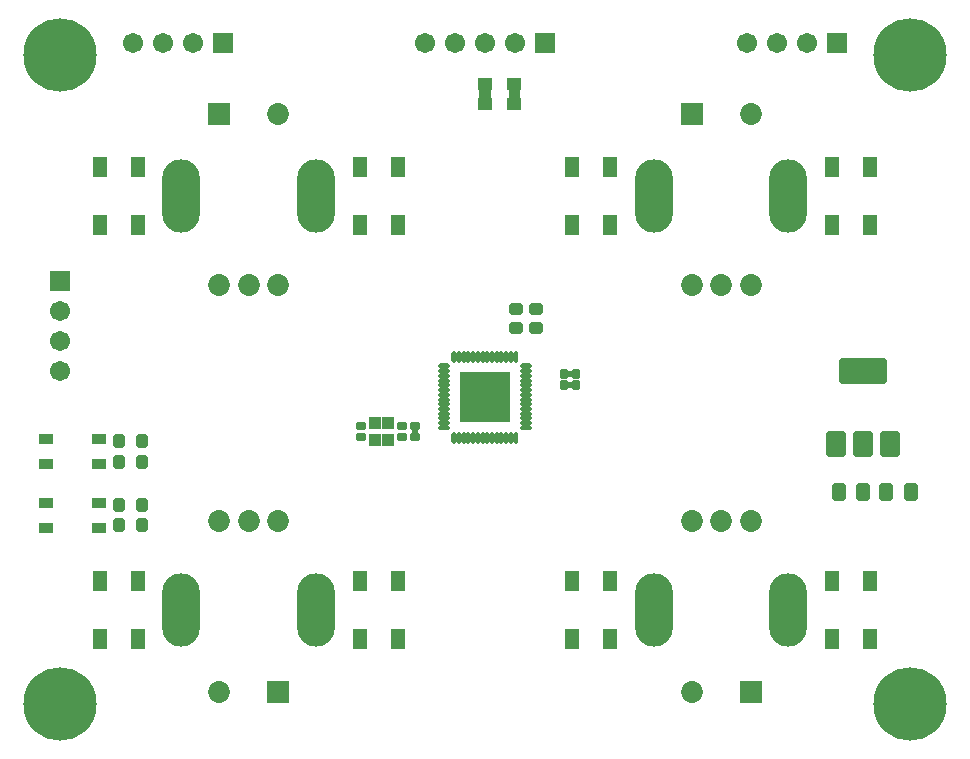
<source format=gts>
G04*
G04 #@! TF.GenerationSoftware,Altium Limited,Altium Designer,23.4.1 (23)*
G04*
G04 Layer_Color=8388736*
%FSLAX44Y44*%
%MOMM*%
G71*
G04*
G04 #@! TF.SameCoordinates,68BC9408-1245-4EE3-B557-EFF58EF5A4C6*
G04*
G04*
G04 #@! TF.FilePolarity,Negative*
G04*
G01*
G75*
%ADD42R,0.6000X0.6750*%
%ADD43R,0.6750X0.6000*%
G04:AMPARAMS|DCode=44|XSize=1.1032mm|YSize=1.0032mm|CornerRadius=0.1616mm|HoleSize=0mm|Usage=FLASHONLY|Rotation=270.000|XOffset=0mm|YOffset=0mm|HoleType=Round|Shape=RoundedRectangle|*
%AMROUNDEDRECTD44*
21,1,1.1032,0.6800,0,0,270.0*
21,1,0.7800,1.0032,0,0,270.0*
1,1,0.3232,-0.3400,-0.3900*
1,1,0.3232,-0.3400,0.3900*
1,1,0.3232,0.3400,0.3900*
1,1,0.3232,0.3400,-0.3900*
%
%ADD44ROUNDEDRECTD44*%
G04:AMPARAMS|DCode=45|XSize=1.7032mm|YSize=2.2032mm|CornerRadius=0.2891mm|HoleSize=0mm|Usage=FLASHONLY|Rotation=0.000|XOffset=0mm|YOffset=0mm|HoleType=Round|Shape=RoundedRectangle|*
%AMROUNDEDRECTD45*
21,1,1.7032,1.6250,0,0,0.0*
21,1,1.1250,2.2032,0,0,0.0*
1,1,0.5782,0.5625,-0.8125*
1,1,0.5782,-0.5625,-0.8125*
1,1,0.5782,-0.5625,0.8125*
1,1,0.5782,0.5625,0.8125*
%
%ADD45ROUNDEDRECTD45*%
G04:AMPARAMS|DCode=46|XSize=4.0032mm|YSize=2.2032mm|CornerRadius=0.1516mm|HoleSize=0mm|Usage=FLASHONLY|Rotation=0.000|XOffset=0mm|YOffset=0mm|HoleType=Round|Shape=RoundedRectangle|*
%AMROUNDEDRECTD46*
21,1,4.0032,1.9000,0,0,0.0*
21,1,3.7000,2.2032,0,0,0.0*
1,1,0.3032,1.8500,-0.9500*
1,1,0.3032,-1.8500,-0.9500*
1,1,0.3032,-1.8500,0.9500*
1,1,0.3032,1.8500,0.9500*
%
%ADD46ROUNDEDRECTD46*%
G04:AMPARAMS|DCode=47|XSize=1.1032mm|YSize=1.6032mm|CornerRadius=0.1691mm|HoleSize=0mm|Usage=FLASHONLY|Rotation=0.000|XOffset=0mm|YOffset=0mm|HoleType=Round|Shape=RoundedRectangle|*
%AMROUNDEDRECTD47*
21,1,1.1032,1.2650,0,0,0.0*
21,1,0.7650,1.6032,0,0,0.0*
1,1,0.3382,0.3825,-0.6325*
1,1,0.3382,-0.3825,-0.6325*
1,1,0.3382,-0.3825,0.6325*
1,1,0.3382,0.3825,0.6325*
%
%ADD47ROUNDEDRECTD47*%
%ADD48R,1.0032X1.1032*%
G04:AMPARAMS|DCode=49|XSize=0.7032mm|YSize=0.8032mm|CornerRadius=0.1391mm|HoleSize=0mm|Usage=FLASHONLY|Rotation=270.000|XOffset=0mm|YOffset=0mm|HoleType=Round|Shape=RoundedRectangle|*
%AMROUNDEDRECTD49*
21,1,0.7032,0.5250,0,0,270.0*
21,1,0.4250,0.8032,0,0,270.0*
1,1,0.2782,-0.2625,-0.2125*
1,1,0.2782,-0.2625,0.2125*
1,1,0.2782,0.2625,0.2125*
1,1,0.2782,0.2625,-0.2125*
%
%ADD49ROUNDEDRECTD49*%
%ADD50R,4.2032X4.2032*%
G04:AMPARAMS|DCode=51|XSize=1.0132mm|YSize=0.4232mm|CornerRadius=0.1291mm|HoleSize=0mm|Usage=FLASHONLY|Rotation=90.000|XOffset=0mm|YOffset=0mm|HoleType=Round|Shape=RoundedRectangle|*
%AMROUNDEDRECTD51*
21,1,1.0132,0.1650,0,0,90.0*
21,1,0.7550,0.4232,0,0,90.0*
1,1,0.2582,0.0825,0.3775*
1,1,0.2582,0.0825,-0.3775*
1,1,0.2582,-0.0825,-0.3775*
1,1,0.2582,-0.0825,0.3775*
%
%ADD51ROUNDEDRECTD51*%
G04:AMPARAMS|DCode=52|XSize=0.4232mm|YSize=1.0132mm|CornerRadius=0.1291mm|HoleSize=0mm|Usage=FLASHONLY|Rotation=90.000|XOffset=0mm|YOffset=0mm|HoleType=Round|Shape=RoundedRectangle|*
%AMROUNDEDRECTD52*
21,1,0.4232,0.7550,0,0,90.0*
21,1,0.1650,1.0132,0,0,90.0*
1,1,0.2582,0.3775,0.0825*
1,1,0.2582,0.3775,-0.0825*
1,1,0.2582,-0.3775,-0.0825*
1,1,0.2582,-0.3775,0.0825*
%
%ADD52ROUNDEDRECTD52*%
%ADD53R,1.1938X0.9144*%
%ADD54R,1.2032X1.7032*%
G04:AMPARAMS|DCode=55|XSize=1.1032mm|YSize=1.0032mm|CornerRadius=0.1616mm|HoleSize=0mm|Usage=FLASHONLY|Rotation=180.000|XOffset=0mm|YOffset=0mm|HoleType=Round|Shape=RoundedRectangle|*
%AMROUNDEDRECTD55*
21,1,1.1032,0.6800,0,0,180.0*
21,1,0.7800,1.0032,0,0,180.0*
1,1,0.3232,-0.3900,0.3400*
1,1,0.3232,0.3900,0.3400*
1,1,0.3232,0.3900,-0.3400*
1,1,0.3232,-0.3900,-0.3400*
%
%ADD55ROUNDEDRECTD55*%
%ADD56R,1.2032X1.1032*%
G04:AMPARAMS|DCode=57|XSize=0.7032mm|YSize=0.8032mm|CornerRadius=0.1391mm|HoleSize=0mm|Usage=FLASHONLY|Rotation=0.000|XOffset=0mm|YOffset=0mm|HoleType=Round|Shape=RoundedRectangle|*
%AMROUNDEDRECTD57*
21,1,0.7032,0.5250,0,0,0.0*
21,1,0.4250,0.8032,0,0,0.0*
1,1,0.2782,0.2125,-0.2625*
1,1,0.2782,-0.2125,-0.2625*
1,1,0.2782,-0.2125,0.2625*
1,1,0.2782,0.2125,0.2625*
%
%ADD57ROUNDEDRECTD57*%
%ADD58C,1.7032*%
%ADD59R,1.7032X1.7032*%
%ADD60R,1.8532X1.8532*%
%ADD61C,1.8532*%
%ADD62O,3.2032X6.2032*%
%ADD63R,1.7032X1.7032*%
%ADD64C,6.2032*%
G36*
X304999Y531501D02*
Y521501D01*
X294999D01*
Y531501D01*
X304999D01*
D02*
G37*
G36*
X330000Y532000D02*
Y522000D01*
X320000D01*
Y532000D01*
X330000D01*
D02*
G37*
D42*
X241000Y240621D02*
D03*
D43*
X371625Y290000D02*
D03*
X371625Y280000D02*
D03*
D44*
X-10000Y178500D02*
D03*
Y161500D02*
D03*
X10000Y178500D02*
D03*
Y161500D02*
D03*
X-10000Y232500D02*
D03*
Y215500D02*
D03*
X10000Y232500D02*
D03*
Y215500D02*
D03*
D45*
X643000Y230000D02*
D03*
X597000D02*
D03*
X620000D02*
D03*
D46*
Y292000D02*
D03*
D47*
X599500Y190000D02*
D03*
X620500D02*
D03*
X660500Y190000D02*
D03*
X639500D02*
D03*
D48*
X218000Y248000D02*
D03*
Y234000D02*
D03*
X207000Y248000D02*
D03*
Y234000D02*
D03*
D49*
X230000Y246000D02*
D03*
Y236000D02*
D03*
X195000D02*
D03*
Y246000D02*
D03*
X241000Y236000D02*
D03*
Y246000D02*
D03*
D50*
X300000Y270000D02*
D03*
D51*
X274000Y304450D02*
D03*
X278000D02*
D03*
X282000D02*
D03*
X286000D02*
D03*
X290000D02*
D03*
X294000D02*
D03*
X298000D02*
D03*
X302000D02*
D03*
X306000D02*
D03*
X310000D02*
D03*
X314000D02*
D03*
X318000D02*
D03*
X322000D02*
D03*
X326000D02*
D03*
Y235550D02*
D03*
X322000D02*
D03*
X318000D02*
D03*
X314000D02*
D03*
X310000D02*
D03*
X306000D02*
D03*
X302000D02*
D03*
X298000D02*
D03*
X294000D02*
D03*
X290000D02*
D03*
X286000D02*
D03*
X282000D02*
D03*
X278000D02*
D03*
X274000D02*
D03*
D52*
X265550Y244000D02*
D03*
Y248000D02*
D03*
Y252000D02*
D03*
Y256000D02*
D03*
Y260000D02*
D03*
Y264000D02*
D03*
Y268000D02*
D03*
Y272000D02*
D03*
Y276000D02*
D03*
Y280000D02*
D03*
Y284000D02*
D03*
Y288000D02*
D03*
Y292000D02*
D03*
Y296000D02*
D03*
X334450D02*
D03*
Y292000D02*
D03*
Y288000D02*
D03*
Y284000D02*
D03*
Y280000D02*
D03*
Y276000D02*
D03*
Y272000D02*
D03*
Y268000D02*
D03*
Y264000D02*
D03*
Y260000D02*
D03*
Y256000D02*
D03*
Y252000D02*
D03*
Y248000D02*
D03*
Y244000D02*
D03*
D53*
X-71501Y234754D02*
D03*
X-26501D02*
D03*
X-71501Y213254D02*
D03*
X-26501D02*
D03*
X-71501Y180755D02*
D03*
X-26501D02*
D03*
X-71501Y159255D02*
D03*
X-26501D02*
D03*
D54*
X6000Y114500D02*
D03*
Y65500D02*
D03*
X-26000Y114500D02*
D03*
Y65500D02*
D03*
X226000Y114500D02*
D03*
Y65500D02*
D03*
X194000Y114500D02*
D03*
Y65500D02*
D03*
X406000Y114500D02*
D03*
Y65500D02*
D03*
X374000Y114500D02*
D03*
Y65500D02*
D03*
X626000Y114500D02*
D03*
Y65500D02*
D03*
X594000Y114500D02*
D03*
Y65500D02*
D03*
Y415500D02*
D03*
Y464500D02*
D03*
X626000Y415500D02*
D03*
Y464500D02*
D03*
X406000D02*
D03*
Y415500D02*
D03*
X374000Y464500D02*
D03*
Y415500D02*
D03*
X194000D02*
D03*
Y464500D02*
D03*
X226000Y415500D02*
D03*
Y464500D02*
D03*
X6000D02*
D03*
Y415500D02*
D03*
X-26000Y464500D02*
D03*
Y415500D02*
D03*
D55*
X343500Y345000D02*
D03*
X326500D02*
D03*
X343500Y329000D02*
D03*
X326500D02*
D03*
D56*
X325001Y535499D02*
D03*
Y518499D02*
D03*
X300000Y535000D02*
D03*
Y518000D02*
D03*
D57*
X367000Y290000D02*
D03*
X377000D02*
D03*
X367000Y280000D02*
D03*
X377000D02*
D03*
D58*
X52700Y570000D02*
D03*
X27300Y570000D02*
D03*
X1900D02*
D03*
X274600Y570000D02*
D03*
X300000D02*
D03*
X325399Y570000D02*
D03*
X249200Y570000D02*
D03*
X572700Y570000D02*
D03*
X547300Y570000D02*
D03*
X521900D02*
D03*
X-60000Y342700D02*
D03*
X-60000Y317300D02*
D03*
Y291900D02*
D03*
D59*
X78100Y570000D02*
D03*
X350799Y570000D02*
D03*
X598100Y570000D02*
D03*
D60*
X75000Y510000D02*
D03*
X475000D02*
D03*
X525000Y20000D02*
D03*
X125000D02*
D03*
D61*
Y510000D02*
D03*
X75000Y365000D02*
D03*
X100000D02*
D03*
X125000D02*
D03*
X525000Y510000D02*
D03*
X475000Y365000D02*
D03*
X500000D02*
D03*
X525000D02*
D03*
X475000Y20000D02*
D03*
X525000Y165000D02*
D03*
X500000D02*
D03*
X475000D02*
D03*
X75000Y20000D02*
D03*
X125000Y165000D02*
D03*
X100000D02*
D03*
X75000D02*
D03*
D62*
X43000Y440000D02*
D03*
X157000D02*
D03*
X443000D02*
D03*
X557000D02*
D03*
Y90000D02*
D03*
X443000D02*
D03*
X157000D02*
D03*
X43000D02*
D03*
D63*
X-60000Y368100D02*
D03*
D64*
X-60000Y10000D02*
D03*
X660000D02*
D03*
Y560000D02*
D03*
X-60001Y560000D02*
D03*
M02*

</source>
